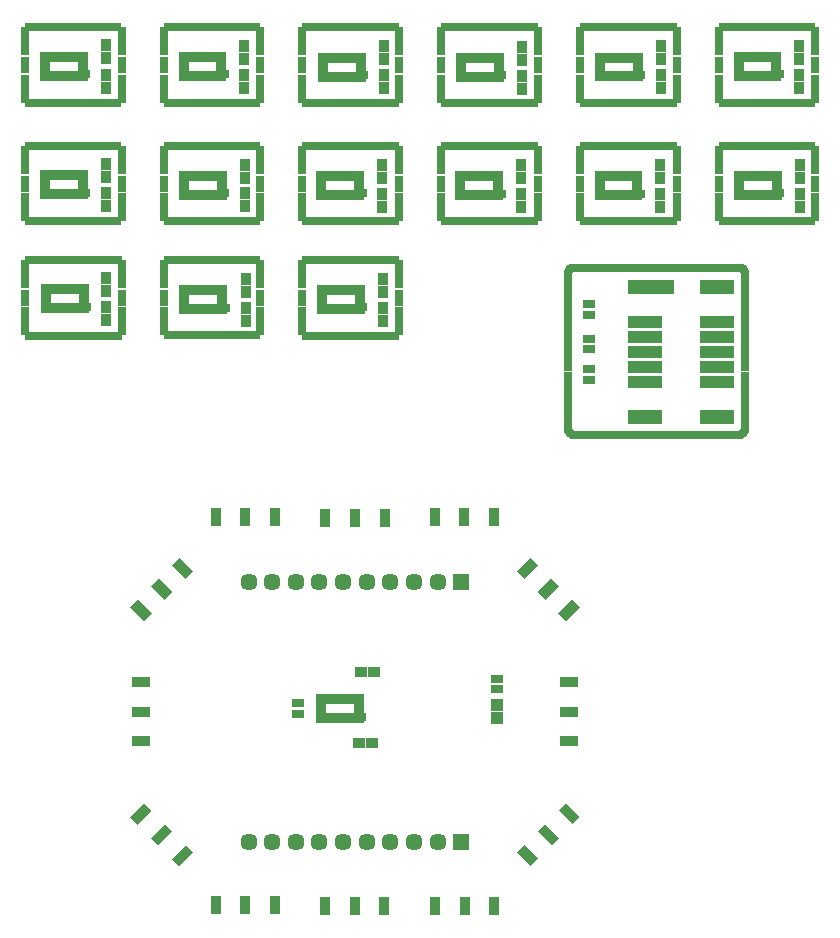
<source format=gts>
G04 #@! TF.FileFunction,Soldermask,Top*
%FSLAX46Y46*%
G04 Gerber Fmt 4.6, Leading zero omitted, Abs format (unit mm)*
G04 Created by KiCad (PCBNEW 4.0.7-e2-6376~58~ubuntu16.04.1) date Fri Aug  3 20:43:21 2018*
%MOMM*%
%LPD*%
G01*
G04 APERTURE LIST*
%ADD10C,0.100000*%
%ADD11R,0.800000X0.800000*%
%ADD12R,2.400000X0.800000*%
%ADD13R,0.800000X1.400000*%
%ADD14R,0.800000X2.400000*%
%ADD15C,1.450000*%
%ADD16R,1.450000X1.450000*%
%ADD17R,0.900000X1.650000*%
%ADD18R,0.900000X0.900000*%
%ADD19R,0.650000X0.650000*%
%ADD20R,1.650000X0.900000*%
%ADD21R,1.000000X0.900000*%
%ADD22R,1.100000X1.000000*%
%ADD23R,1.000000X0.800000*%
%ADD24R,4.000000X1.200000*%
%ADD25R,3.000000X1.100000*%
%ADD26R,3.000000X1.200000*%
%ADD27R,0.900000X1.000000*%
%ADD28R,0.800000X1.900000*%
%ADD29R,0.800000X3.400000*%
%ADD30R,1.400000X0.800000*%
%ADD31R,3.400000X0.800000*%
%ADD32C,0.800000*%
G04 APERTURE END LIST*
D10*
D11*
X136780000Y-74910000D03*
D12*
X135330000Y-74910000D03*
X141130000Y-74910000D03*
X138230000Y-74910000D03*
D11*
X139680000Y-74910000D03*
X139680000Y-68510000D03*
D12*
X138230000Y-68510000D03*
X141130000Y-68510000D03*
X135330000Y-68510000D03*
D13*
X142330000Y-71710000D03*
D14*
X142330000Y-73710000D03*
X142330000Y-69710000D03*
X134130000Y-69710000D03*
X134130000Y-73710000D03*
D13*
X134130000Y-71710000D03*
D11*
X136780000Y-68510000D03*
D15*
X129600000Y-95750000D03*
X145600000Y-95750000D03*
D16*
X147600000Y-95750000D03*
D15*
X133600000Y-95750000D03*
X131600000Y-95750000D03*
X143600000Y-95750000D03*
X141600000Y-95750000D03*
X135600000Y-95750000D03*
X137600000Y-95750000D03*
X139600000Y-95750000D03*
D17*
X131830000Y-90290000D03*
X129330000Y-90290000D03*
X126830000Y-90290000D03*
X141110000Y-90320000D03*
X138610000Y-90320000D03*
X136110000Y-90320000D03*
X150380000Y-90300000D03*
X147880000Y-90300000D03*
X145380000Y-90300000D03*
X145390000Y-123200000D03*
X147890000Y-123200000D03*
X150390000Y-123200000D03*
X126820000Y-123140000D03*
X129320000Y-123140000D03*
X131820000Y-123140000D03*
D18*
X138940000Y-107310000D03*
X138140000Y-107310000D03*
X137340000Y-107310000D03*
X136540000Y-107310000D03*
X135740000Y-107310000D03*
X135740000Y-106510000D03*
X135740000Y-105710000D03*
X136540000Y-105710000D03*
X137340000Y-105710000D03*
X138140000Y-105710000D03*
X138940000Y-105710000D03*
X138940000Y-106510000D03*
D19*
X139240000Y-107185000D03*
D10*
G36*
X157639328Y-97882602D02*
X156472602Y-99049328D01*
X155836206Y-98412932D01*
X157002932Y-97246206D01*
X157639328Y-97882602D01*
X157639328Y-97882602D01*
G37*
G36*
X155871561Y-96114835D02*
X154704835Y-97281561D01*
X154068439Y-96645165D01*
X155235165Y-95478439D01*
X155871561Y-96114835D01*
X155871561Y-96114835D01*
G37*
G36*
X154103794Y-94347068D02*
X152937068Y-95513794D01*
X152300672Y-94877398D01*
X153467398Y-93710672D01*
X154103794Y-94347068D01*
X154103794Y-94347068D01*
G37*
D20*
X156720000Y-109250000D03*
X156720000Y-106750000D03*
X156720000Y-104250000D03*
X120460000Y-104260000D03*
X120460000Y-106760000D03*
X120460000Y-109260000D03*
D17*
X136100000Y-123200000D03*
X138600000Y-123200000D03*
X141100000Y-123200000D03*
D10*
G36*
X119560672Y-115677398D02*
X120727398Y-114510672D01*
X121363794Y-115147068D01*
X120197068Y-116313794D01*
X119560672Y-115677398D01*
X119560672Y-115677398D01*
G37*
G36*
X121328439Y-117445165D02*
X122495165Y-116278439D01*
X123131561Y-116914835D01*
X121964835Y-118081561D01*
X121328439Y-117445165D01*
X121328439Y-117445165D01*
G37*
G36*
X123096206Y-119212932D02*
X124262932Y-118046206D01*
X124899328Y-118682602D01*
X123732602Y-119849328D01*
X123096206Y-119212932D01*
X123096206Y-119212932D01*
G37*
G36*
X153487398Y-119819328D02*
X152320672Y-118652602D01*
X152957068Y-118016206D01*
X154123794Y-119182932D01*
X153487398Y-119819328D01*
X153487398Y-119819328D01*
G37*
G36*
X155255165Y-118051561D02*
X154088439Y-116884835D01*
X154724835Y-116248439D01*
X155891561Y-117415165D01*
X155255165Y-118051561D01*
X155255165Y-118051561D01*
G37*
G36*
X157022932Y-116283794D02*
X155856206Y-115117068D01*
X156492602Y-114480672D01*
X157659328Y-115647398D01*
X157022932Y-116283794D01*
X157022932Y-116283794D01*
G37*
G36*
X123752602Y-93700672D02*
X124919328Y-94867398D01*
X124282932Y-95503794D01*
X123116206Y-94337068D01*
X123752602Y-93700672D01*
X123752602Y-93700672D01*
G37*
G36*
X121984835Y-95468439D02*
X123151561Y-96635165D01*
X122515165Y-97271561D01*
X121348439Y-96104835D01*
X121984835Y-95468439D01*
X121984835Y-95468439D01*
G37*
G36*
X120217068Y-97236206D02*
X121383794Y-98402932D01*
X120747398Y-99039328D01*
X119580672Y-97872602D01*
X120217068Y-97236206D01*
X120217068Y-97236206D01*
G37*
D21*
X138950000Y-109400000D03*
X140050000Y-109400000D03*
X140250000Y-103425000D03*
X139150000Y-103425000D03*
D22*
X150625000Y-106150000D03*
X150625000Y-107250000D03*
D23*
X150625000Y-103950000D03*
X150625000Y-104850000D03*
X133750000Y-106950000D03*
X133750000Y-106050000D03*
D15*
X129600000Y-117750000D03*
X145600000Y-117750000D03*
D16*
X147600000Y-117750000D03*
D15*
X133600000Y-117750000D03*
X131600000Y-117750000D03*
X143600000Y-117750000D03*
X141600000Y-117750000D03*
X135600000Y-117750000D03*
X137600000Y-117750000D03*
X139600000Y-117750000D03*
D23*
X158410000Y-77775000D03*
X158410000Y-78675000D03*
X158410000Y-75175000D03*
X158410000Y-76075000D03*
X158410000Y-72275000D03*
X158410000Y-73175000D03*
D24*
X163660000Y-70775000D03*
D25*
X163160000Y-76275000D03*
X163160000Y-77545000D03*
X163160000Y-78815000D03*
X163160000Y-75005000D03*
X163160000Y-73735000D03*
X169260000Y-73735000D03*
X169260000Y-78815000D03*
X169260000Y-77545000D03*
X169260000Y-76275000D03*
X169260000Y-75005000D03*
D26*
X169260000Y-70775000D03*
X169260000Y-81775000D03*
X163160000Y-81775000D03*
D27*
X176235000Y-50370000D03*
X176235000Y-51470000D03*
X176235000Y-53920000D03*
X176235000Y-52820000D03*
X117515000Y-53925000D03*
X117515000Y-52825000D03*
X117515000Y-50350000D03*
X117515000Y-51450000D03*
D18*
X174285000Y-52920000D03*
X173485000Y-52920000D03*
X172685000Y-52920000D03*
X171885000Y-52920000D03*
X171085000Y-52920000D03*
X171085000Y-52120000D03*
X171085000Y-51320000D03*
X171885000Y-51320000D03*
X172685000Y-51320000D03*
X173485000Y-51320000D03*
X174285000Y-51320000D03*
X174285000Y-52120000D03*
D19*
X174585000Y-52795000D03*
D18*
X115565000Y-52925000D03*
X114765000Y-52925000D03*
X113965000Y-52925000D03*
X113165000Y-52925000D03*
X112365000Y-52925000D03*
X112365000Y-52125000D03*
X112365000Y-51325000D03*
X113165000Y-51325000D03*
X113965000Y-51325000D03*
X114765000Y-51325000D03*
X115565000Y-51325000D03*
X115565000Y-52125000D03*
D19*
X115865000Y-52800000D03*
D27*
X129245000Y-53925000D03*
X129245000Y-52825000D03*
X129245000Y-50375000D03*
X129245000Y-51475000D03*
X176255000Y-63995000D03*
X176255000Y-62895000D03*
X176255000Y-60445000D03*
X176255000Y-61545000D03*
X140965000Y-73655000D03*
X140965000Y-72555000D03*
X140965000Y-70105000D03*
X140965000Y-71205000D03*
D18*
X127295000Y-52925000D03*
X126495000Y-52925000D03*
X125695000Y-52925000D03*
X124895000Y-52925000D03*
X124095000Y-52925000D03*
X124095000Y-52125000D03*
X124095000Y-51325000D03*
X124895000Y-51325000D03*
X125695000Y-51325000D03*
X126495000Y-51325000D03*
X127295000Y-51325000D03*
X127295000Y-52125000D03*
D19*
X127595000Y-52800000D03*
D18*
X174305000Y-62995000D03*
X173505000Y-62995000D03*
X172705000Y-62995000D03*
X171905000Y-62995000D03*
X171105000Y-62995000D03*
X171105000Y-62195000D03*
X171105000Y-61395000D03*
X171905000Y-61395000D03*
X172705000Y-61395000D03*
X173505000Y-61395000D03*
X174305000Y-61395000D03*
X174305000Y-62195000D03*
D19*
X174605000Y-62870000D03*
D18*
X139015000Y-72655000D03*
X138215000Y-72655000D03*
X137415000Y-72655000D03*
X136615000Y-72655000D03*
X135815000Y-72655000D03*
X135815000Y-71855000D03*
X135815000Y-71055000D03*
X136615000Y-71055000D03*
X137415000Y-71055000D03*
X138215000Y-71055000D03*
X139015000Y-71055000D03*
X139015000Y-71855000D03*
D19*
X139315000Y-72530000D03*
D27*
X164490000Y-53970000D03*
X164490000Y-52870000D03*
X164490000Y-50420000D03*
X164490000Y-51520000D03*
D18*
X162540000Y-52970000D03*
X161740000Y-52970000D03*
X160940000Y-52970000D03*
X160140000Y-52970000D03*
X159340000Y-52970000D03*
X159340000Y-52170000D03*
X159340000Y-51370000D03*
X160140000Y-51370000D03*
X160940000Y-51370000D03*
X161740000Y-51370000D03*
X162540000Y-51370000D03*
X162540000Y-52170000D03*
D19*
X162840000Y-52845000D03*
D27*
X117570000Y-73590000D03*
X117570000Y-72490000D03*
X117570000Y-70070000D03*
X117570000Y-71170000D03*
X152780000Y-54010000D03*
X152780000Y-52910000D03*
X152780000Y-50440000D03*
X152780000Y-51540000D03*
X129270000Y-63980000D03*
X129270000Y-62880000D03*
X129260000Y-60450000D03*
X129260000Y-61550000D03*
X117490000Y-63950000D03*
X117490000Y-62850000D03*
X117490000Y-60400000D03*
X117490000Y-61500000D03*
X141040000Y-53980000D03*
X141040000Y-52880000D03*
X141040000Y-50410000D03*
X141040000Y-51510000D03*
X164470000Y-64030000D03*
X164470000Y-62930000D03*
X164470000Y-60480000D03*
X164470000Y-61580000D03*
X129350000Y-73660000D03*
X129350000Y-72560000D03*
X129350000Y-70120000D03*
X129350000Y-71220000D03*
X152680000Y-64000000D03*
X152680000Y-62900000D03*
X152680000Y-60480000D03*
X152680000Y-61580000D03*
X140910000Y-64000000D03*
X140910000Y-62900000D03*
X140920000Y-60450000D03*
X140920000Y-61550000D03*
D18*
X115640000Y-72595000D03*
X114840000Y-72595000D03*
X114040000Y-72595000D03*
X113240000Y-72595000D03*
X112440000Y-72595000D03*
X112440000Y-71795000D03*
X112440000Y-70995000D03*
X113240000Y-70995000D03*
X114040000Y-70995000D03*
X114840000Y-70995000D03*
X115640000Y-70995000D03*
X115640000Y-71795000D03*
D19*
X115940000Y-72470000D03*
D18*
X150800000Y-52980000D03*
X150000000Y-52980000D03*
X149200000Y-52980000D03*
X148400000Y-52980000D03*
X147600000Y-52980000D03*
X147600000Y-52180000D03*
X147600000Y-51380000D03*
X148400000Y-51380000D03*
X149200000Y-51380000D03*
X150000000Y-51380000D03*
X150800000Y-51380000D03*
X150800000Y-52180000D03*
D19*
X151100000Y-52855000D03*
D18*
X127320000Y-62970000D03*
X126520000Y-62970000D03*
X125720000Y-62970000D03*
X124920000Y-62970000D03*
X124120000Y-62970000D03*
X124120000Y-62170000D03*
X124120000Y-61370000D03*
X124920000Y-61370000D03*
X125720000Y-61370000D03*
X126520000Y-61370000D03*
X127320000Y-61370000D03*
X127320000Y-62170000D03*
D19*
X127620000Y-62845000D03*
D18*
X115560000Y-62945000D03*
X114760000Y-62945000D03*
X113960000Y-62945000D03*
X113160000Y-62945000D03*
X112360000Y-62945000D03*
X112360000Y-62145000D03*
X112360000Y-61345000D03*
X113160000Y-61345000D03*
X113960000Y-61345000D03*
X114760000Y-61345000D03*
X115560000Y-61345000D03*
X115560000Y-62145000D03*
D19*
X115860000Y-62820000D03*
D18*
X139110000Y-52990000D03*
X138310000Y-52990000D03*
X137510000Y-52990000D03*
X136710000Y-52990000D03*
X135910000Y-52990000D03*
X135910000Y-52190000D03*
X135910000Y-51390000D03*
X136710000Y-51390000D03*
X137510000Y-51390000D03*
X138310000Y-51390000D03*
X139110000Y-51390000D03*
X139110000Y-52190000D03*
D19*
X139410000Y-52865000D03*
D18*
X162530000Y-63010000D03*
X161730000Y-63010000D03*
X160930000Y-63010000D03*
X160130000Y-63010000D03*
X159330000Y-63010000D03*
X159330000Y-62210000D03*
X159330000Y-61410000D03*
X160130000Y-61410000D03*
X160930000Y-61410000D03*
X161730000Y-61410000D03*
X162530000Y-61410000D03*
X162530000Y-62210000D03*
D19*
X162830000Y-62885000D03*
D18*
X127370000Y-72670000D03*
X126570000Y-72670000D03*
X125770000Y-72670000D03*
X124970000Y-72670000D03*
X124170000Y-72670000D03*
X124170000Y-71870000D03*
X124170000Y-71070000D03*
X124970000Y-71070000D03*
X125770000Y-71070000D03*
X126570000Y-71070000D03*
X127370000Y-71070000D03*
X127370000Y-71870000D03*
D19*
X127670000Y-72545000D03*
D18*
X150740000Y-63010000D03*
X149940000Y-63010000D03*
X149140000Y-63010000D03*
X148340000Y-63010000D03*
X147540000Y-63010000D03*
X147540000Y-62210000D03*
X147540000Y-61410000D03*
X148340000Y-61410000D03*
X149140000Y-61410000D03*
X149940000Y-61410000D03*
X150740000Y-61410000D03*
X150740000Y-62210000D03*
D19*
X151040000Y-62885000D03*
D18*
X138970000Y-62970000D03*
X138170000Y-62970000D03*
X137370000Y-62970000D03*
X136570000Y-62970000D03*
X135770000Y-62970000D03*
X135770000Y-62170000D03*
X135770000Y-61370000D03*
X136570000Y-61370000D03*
X137370000Y-61370000D03*
X138170000Y-61370000D03*
X138970000Y-61370000D03*
X138970000Y-62170000D03*
D19*
X139270000Y-62845000D03*
D11*
X113310000Y-74910000D03*
D12*
X111860000Y-74910000D03*
X117660000Y-74910000D03*
X114760000Y-74910000D03*
D11*
X116210000Y-74910000D03*
X116210000Y-68510000D03*
D12*
X114760000Y-68510000D03*
X117660000Y-68510000D03*
X111860000Y-68510000D03*
D13*
X118860000Y-71710000D03*
D14*
X118860000Y-73710000D03*
X118860000Y-69710000D03*
X110660000Y-69710000D03*
X110660000Y-73710000D03*
D13*
X110660000Y-71710000D03*
D11*
X113310000Y-68510000D03*
X125050000Y-74900000D03*
D12*
X123600000Y-74900000D03*
X129400000Y-74900000D03*
X126500000Y-74900000D03*
D11*
X127950000Y-74900000D03*
X127950000Y-68500000D03*
D12*
X126500000Y-68500000D03*
X129400000Y-68500000D03*
X123600000Y-68500000D03*
D13*
X130600000Y-71700000D03*
D14*
X130600000Y-73700000D03*
X130600000Y-69700000D03*
X122400000Y-69700000D03*
X122400000Y-73700000D03*
D13*
X122400000Y-71700000D03*
D11*
X125050000Y-68500000D03*
X113300000Y-65250000D03*
D12*
X111850000Y-65250000D03*
X117650000Y-65250000D03*
X114750000Y-65250000D03*
D11*
X116200000Y-65250000D03*
X116200000Y-58850000D03*
D12*
X114750000Y-58850000D03*
X117650000Y-58850000D03*
X111850000Y-58850000D03*
D13*
X118850000Y-62050000D03*
D14*
X118850000Y-64050000D03*
X118850000Y-60050000D03*
X110650000Y-60050000D03*
X110650000Y-64050000D03*
D13*
X110650000Y-62050000D03*
D11*
X113300000Y-58850000D03*
X125050000Y-65250000D03*
D12*
X123600000Y-65250000D03*
X129400000Y-65250000D03*
X126500000Y-65250000D03*
D11*
X127950000Y-65250000D03*
X127950000Y-58850000D03*
D12*
X126500000Y-58850000D03*
X129400000Y-58850000D03*
X123600000Y-58850000D03*
D13*
X130600000Y-62050000D03*
D14*
X130600000Y-64050000D03*
X130600000Y-60050000D03*
X122400000Y-60050000D03*
X122400000Y-64050000D03*
D13*
X122400000Y-62050000D03*
D11*
X125050000Y-58850000D03*
X136800000Y-65250000D03*
D12*
X135350000Y-65250000D03*
X141150000Y-65250000D03*
X138250000Y-65250000D03*
D11*
X139700000Y-65250000D03*
X139700000Y-58850000D03*
D12*
X138250000Y-58850000D03*
X141150000Y-58850000D03*
X135350000Y-58850000D03*
D13*
X142350000Y-62050000D03*
D14*
X142350000Y-64050000D03*
X142350000Y-60050000D03*
X134150000Y-60050000D03*
X134150000Y-64050000D03*
D13*
X134150000Y-62050000D03*
D11*
X136800000Y-58850000D03*
X148550000Y-65250000D03*
D12*
X147100000Y-65250000D03*
X152900000Y-65250000D03*
X150000000Y-65250000D03*
D11*
X151450000Y-65250000D03*
X151450000Y-58850000D03*
D12*
X150000000Y-58850000D03*
X152900000Y-58850000D03*
X147100000Y-58850000D03*
D13*
X154100000Y-62050000D03*
D14*
X154100000Y-64050000D03*
X154100000Y-60050000D03*
X145900000Y-60050000D03*
X145900000Y-64050000D03*
D13*
X145900000Y-62050000D03*
D11*
X148550000Y-58850000D03*
X160300000Y-65250000D03*
D12*
X158850000Y-65250000D03*
X164650000Y-65250000D03*
X161750000Y-65250000D03*
D11*
X163200000Y-65250000D03*
X163200000Y-58850000D03*
D12*
X161750000Y-58850000D03*
X164650000Y-58850000D03*
X158850000Y-58850000D03*
D13*
X165850000Y-62050000D03*
D14*
X165850000Y-64050000D03*
X165850000Y-60050000D03*
X157650000Y-60050000D03*
X157650000Y-64050000D03*
D13*
X157650000Y-62050000D03*
D11*
X160300000Y-58850000D03*
X172050000Y-65250000D03*
D12*
X170600000Y-65250000D03*
X176400000Y-65250000D03*
X173500000Y-65250000D03*
D11*
X174950000Y-65250000D03*
X174950000Y-58850000D03*
D12*
X173500000Y-58850000D03*
X176400000Y-58850000D03*
X170600000Y-58850000D03*
D13*
X177600000Y-62050000D03*
D14*
X177600000Y-64050000D03*
X177600000Y-60050000D03*
X169400000Y-60050000D03*
X169400000Y-64050000D03*
D13*
X169400000Y-62050000D03*
D11*
X172050000Y-58850000D03*
X172050000Y-55200000D03*
D12*
X170600000Y-55200000D03*
X176400000Y-55200000D03*
X173500000Y-55200000D03*
D11*
X174950000Y-55200000D03*
X174950000Y-48800000D03*
D12*
X173500000Y-48800000D03*
X176400000Y-48800000D03*
X170600000Y-48800000D03*
D13*
X177600000Y-52000000D03*
D14*
X177600000Y-54000000D03*
X177600000Y-50000000D03*
X169400000Y-50000000D03*
X169400000Y-54000000D03*
D13*
X169400000Y-52000000D03*
D11*
X172050000Y-48800000D03*
X160300000Y-55200000D03*
D12*
X158850000Y-55200000D03*
X164650000Y-55200000D03*
X161750000Y-55200000D03*
D11*
X163200000Y-55200000D03*
X163200000Y-48800000D03*
D12*
X161750000Y-48800000D03*
X164650000Y-48800000D03*
X158850000Y-48800000D03*
D13*
X165850000Y-52000000D03*
D14*
X165850000Y-54000000D03*
X165850000Y-50000000D03*
X157650000Y-50000000D03*
X157650000Y-54000000D03*
D13*
X157650000Y-52000000D03*
D11*
X160300000Y-48800000D03*
X148550000Y-55200000D03*
D12*
X147100000Y-55200000D03*
X152900000Y-55200000D03*
X150000000Y-55200000D03*
D11*
X151450000Y-55200000D03*
X151450000Y-48800000D03*
D12*
X150000000Y-48800000D03*
X152900000Y-48800000D03*
X147100000Y-48800000D03*
D13*
X154100000Y-52000000D03*
D14*
X154100000Y-54000000D03*
X154100000Y-50000000D03*
X145900000Y-50000000D03*
X145900000Y-54000000D03*
D13*
X145900000Y-52000000D03*
D11*
X148550000Y-48800000D03*
X136800000Y-55200000D03*
D12*
X135350000Y-55200000D03*
X141150000Y-55200000D03*
X138250000Y-55200000D03*
D11*
X139700000Y-55200000D03*
X139700000Y-48800000D03*
D12*
X138250000Y-48800000D03*
X141150000Y-48800000D03*
X135350000Y-48800000D03*
D13*
X142350000Y-52000000D03*
D14*
X142350000Y-54000000D03*
X142350000Y-50000000D03*
X134150000Y-50000000D03*
X134150000Y-54000000D03*
D13*
X134150000Y-52000000D03*
D11*
X136800000Y-48800000D03*
X125050000Y-55200000D03*
D12*
X123600000Y-55200000D03*
X129400000Y-55200000D03*
X126500000Y-55200000D03*
D11*
X127950000Y-55200000D03*
X127950000Y-48800000D03*
D12*
X126500000Y-48800000D03*
X129400000Y-48800000D03*
X123600000Y-48800000D03*
D13*
X130600000Y-52000000D03*
D14*
X130600000Y-54000000D03*
X130600000Y-50000000D03*
X122400000Y-50000000D03*
X122400000Y-54000000D03*
D13*
X122400000Y-52000000D03*
D11*
X125050000Y-48800000D03*
X113300000Y-55200000D03*
D12*
X111850000Y-55200000D03*
X117650000Y-55200000D03*
X114750000Y-55200000D03*
D11*
X116200000Y-55200000D03*
X116200000Y-48800000D03*
D12*
X114750000Y-48800000D03*
X117650000Y-48800000D03*
X111850000Y-48800000D03*
D13*
X118850000Y-52000000D03*
D14*
X118850000Y-54000000D03*
X118850000Y-50000000D03*
X110650000Y-50000000D03*
X110650000Y-54000000D03*
D13*
X110650000Y-52000000D03*
D11*
X113300000Y-48800000D03*
D28*
X156650000Y-82250000D03*
D29*
X156650000Y-76250000D03*
X156650000Y-72900000D03*
X156650000Y-79650000D03*
D28*
X156650000Y-70250000D03*
X171650000Y-70250000D03*
D29*
X171650000Y-79650000D03*
X171650000Y-72900000D03*
D30*
X166350000Y-69150000D03*
D31*
X164150000Y-69150000D03*
X159700000Y-69150000D03*
X168600000Y-69150000D03*
D30*
X170800000Y-69150000D03*
X161900000Y-69150000D03*
X157500000Y-69150000D03*
X157500000Y-83350000D03*
X161900000Y-83350000D03*
X170800000Y-83350000D03*
D31*
X168600000Y-83350000D03*
X159700000Y-83350000D03*
D32*
X171500000Y-83200000D03*
X171500000Y-69300000D03*
X156800000Y-69300000D03*
X156800000Y-83200000D03*
D31*
X164150000Y-83350000D03*
D30*
X166350000Y-83350000D03*
D29*
X171650000Y-76250000D03*
D28*
X171650000Y-82250000D03*
M02*

</source>
